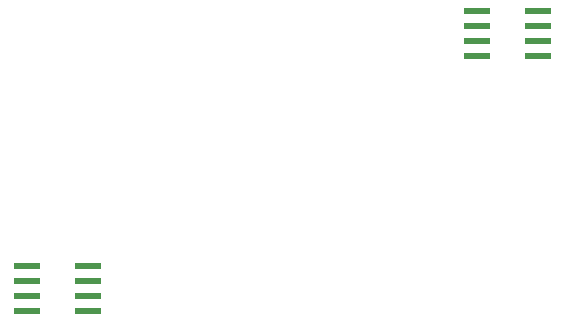
<source format=gbr>
G04 EAGLE Gerber X2 export*
%TF.Part,Single*%
%TF.FileFunction,Paste,Top*%
%TF.FilePolarity,Positive*%
%TF.GenerationSoftware,Autodesk,EAGLE,8.6.3*%
%TF.CreationDate,2019-03-08T18:09:36Z*%
G75*
%MOMM*%
%FSLAX34Y34*%
%LPD*%
%AMOC8*
5,1,8,0,0,1.08239X$1,22.5*%
G01*
%ADD10R,2.209800X0.609600*%


D10*
X692658Y869950D03*
X692658Y857250D03*
X692658Y844550D03*
X692658Y831850D03*
X744982Y831850D03*
X744982Y844550D03*
X744982Y857250D03*
X744982Y869950D03*
X311658Y654050D03*
X311658Y641350D03*
X311658Y628650D03*
X311658Y615950D03*
X363982Y615950D03*
X363982Y628650D03*
X363982Y641350D03*
X363982Y654050D03*
M02*

</source>
